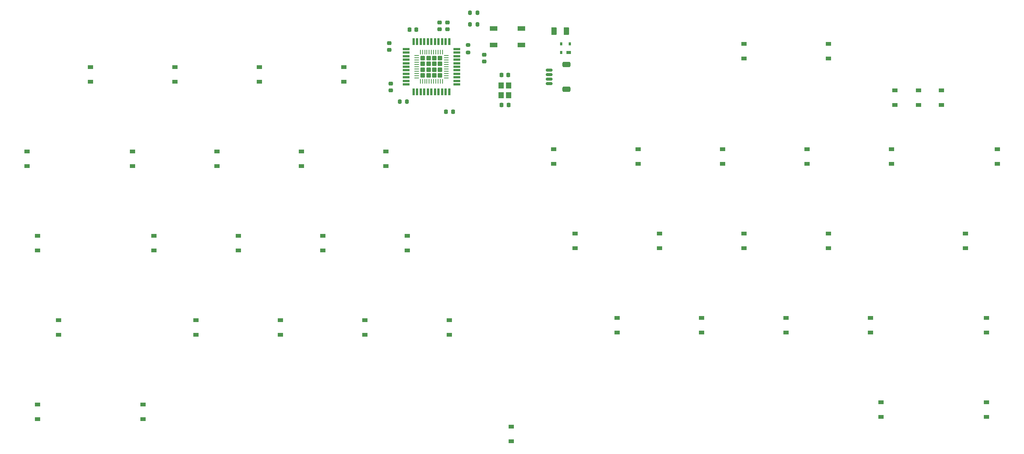
<source format=gbr>
%TF.GenerationSoftware,KiCad,Pcbnew,(6.0.4)*%
%TF.CreationDate,2022-04-28T10:57:54-05:00*%
%TF.ProjectId,keyboard,6b657962-6f61-4726-942e-6b696361645f,rev?*%
%TF.SameCoordinates,Original*%
%TF.FileFunction,Paste,Bot*%
%TF.FilePolarity,Positive*%
%FSLAX46Y46*%
G04 Gerber Fmt 4.6, Leading zero omitted, Abs format (unit mm)*
G04 Created by KiCad (PCBNEW (6.0.4)) date 2022-04-28 10:57:54*
%MOMM*%
%LPD*%
G01*
G04 APERTURE LIST*
G04 Aperture macros list*
%AMRoundRect*
0 Rectangle with rounded corners*
0 $1 Rounding radius*
0 $2 $3 $4 $5 $6 $7 $8 $9 X,Y pos of 4 corners*
0 Add a 4 corners polygon primitive as box body*
4,1,4,$2,$3,$4,$5,$6,$7,$8,$9,$2,$3,0*
0 Add four circle primitives for the rounded corners*
1,1,$1+$1,$2,$3*
1,1,$1+$1,$4,$5*
1,1,$1+$1,$6,$7*
1,1,$1+$1,$8,$9*
0 Add four rect primitives between the rounded corners*
20,1,$1+$1,$2,$3,$4,$5,0*
20,1,$1+$1,$4,$5,$6,$7,0*
20,1,$1+$1,$6,$7,$8,$9,0*
20,1,$1+$1,$8,$9,$2,$3,0*%
G04 Aperture macros list end*
%ADD10RoundRect,0.250000X-0.275000X0.275000X-0.275000X-0.275000X0.275000X-0.275000X0.275000X0.275000X0*%
%ADD11RoundRect,0.062500X-0.062500X0.475000X-0.062500X-0.475000X0.062500X-0.475000X0.062500X0.475000X0*%
%ADD12RoundRect,0.062500X-0.475000X0.062500X-0.475000X-0.062500X0.475000X-0.062500X0.475000X0.062500X0*%
%ADD13RoundRect,0.200000X-0.200000X-0.275000X0.200000X-0.275000X0.200000X0.275000X-0.200000X0.275000X0*%
%ADD14RoundRect,0.200000X0.275000X-0.200000X0.275000X0.200000X-0.275000X0.200000X-0.275000X-0.200000X0*%
%ADD15R,1.800000X1.100000*%
%ADD16RoundRect,0.225000X-0.225000X-0.250000X0.225000X-0.250000X0.225000X0.250000X-0.225000X0.250000X0*%
%ADD17RoundRect,0.225000X0.225000X0.250000X-0.225000X0.250000X-0.225000X-0.250000X0.225000X-0.250000X0*%
%ADD18RoundRect,0.225000X0.250000X-0.225000X0.250000X0.225000X-0.250000X0.225000X-0.250000X-0.225000X0*%
%ADD19RoundRect,0.225000X-0.250000X0.225000X-0.250000X-0.225000X0.250000X-0.225000X0.250000X0.225000X0*%
%ADD20R,1.200000X1.400000*%
%ADD21R,1.200000X0.900000*%
%ADD22R,1.000000X0.700000*%
%ADD23R,0.600000X0.700000*%
%ADD24R,0.550000X1.500000*%
%ADD25R,1.500000X0.550000*%
%ADD26RoundRect,0.250000X-0.375000X-0.625000X0.375000X-0.625000X0.375000X0.625000X-0.375000X0.625000X0*%
%ADD27RoundRect,0.150000X-0.625000X0.150000X-0.625000X-0.150000X0.625000X-0.150000X0.625000X0.150000X0*%
%ADD28RoundRect,0.250000X-0.650000X0.350000X-0.650000X-0.350000X0.650000X-0.350000X0.650000X0.350000X0*%
G04 APERTURE END LIST*
D10*
%TO.C,U1*%
X132147000Y-31115000D03*
X136047000Y-29815000D03*
X136047000Y-32415000D03*
X132147000Y-32415000D03*
X134747000Y-29815000D03*
X134747000Y-31115000D03*
X136047000Y-33715000D03*
X133447000Y-29815000D03*
X133447000Y-33715000D03*
X136047000Y-31115000D03*
X134747000Y-32415000D03*
X132147000Y-29815000D03*
X134747000Y-33715000D03*
X133447000Y-31115000D03*
X132147000Y-33715000D03*
X133447000Y-32415000D03*
D11*
X131597000Y-28427500D03*
X132097000Y-28427500D03*
X132597000Y-28427500D03*
X133097000Y-28427500D03*
X133597000Y-28427500D03*
X134097000Y-28427500D03*
X134597000Y-28427500D03*
X135097000Y-28427500D03*
X135597000Y-28427500D03*
X136097000Y-28427500D03*
X136597000Y-28427500D03*
D12*
X137434500Y-29265000D03*
X137434500Y-29765000D03*
X137434500Y-30265000D03*
X137434500Y-30765000D03*
X137434500Y-31265000D03*
X137434500Y-31765000D03*
X137434500Y-32265000D03*
X137434500Y-32765000D03*
X137434500Y-33265000D03*
X137434500Y-33765000D03*
X137434500Y-34265000D03*
D11*
X136597000Y-35102500D03*
X136097000Y-35102500D03*
X135597000Y-35102500D03*
X135097000Y-35102500D03*
X134597000Y-35102500D03*
X134097000Y-35102500D03*
X133597000Y-35102500D03*
X133097000Y-35102500D03*
X132597000Y-35102500D03*
X132097000Y-35102500D03*
X131597000Y-35102500D03*
D12*
X130759500Y-34265000D03*
X130759500Y-33765000D03*
X130759500Y-33265000D03*
X130759500Y-32765000D03*
X130759500Y-32265000D03*
X130759500Y-31765000D03*
X130759500Y-31265000D03*
X130759500Y-30765000D03*
X130759500Y-30265000D03*
X130759500Y-29765000D03*
X130759500Y-29265000D03*
%TD*%
D13*
%TO.C,R5*%
X126937000Y-39624000D03*
X128587000Y-39624000D03*
%TD*%
D14*
%TO.C,R6*%
X142367000Y-28511000D03*
X142367000Y-26861000D03*
%TD*%
D15*
%TO.C,SW1*%
X148157000Y-26869000D03*
X154357000Y-23169000D03*
X148157000Y-23169000D03*
X154357000Y-26869000D03*
%TD*%
D16*
%TO.C,C8*%
X149948600Y-40360600D03*
X151498600Y-40360600D03*
%TD*%
D17*
%TO.C,C5*%
X130721400Y-23393400D03*
X129171400Y-23393400D03*
%TD*%
D18*
%TO.C,C7*%
X135915400Y-23330200D03*
X135915400Y-21780200D03*
%TD*%
D19*
%TO.C,C4*%
X124587000Y-26403000D03*
X124587000Y-27953000D03*
%TD*%
D17*
%TO.C,C9*%
X151473200Y-33655000D03*
X149923200Y-33655000D03*
%TD*%
D18*
%TO.C,C6*%
X137693400Y-23330200D03*
X137693400Y-21780200D03*
%TD*%
D16*
%TO.C,C2*%
X137401000Y-41910000D03*
X138951000Y-41910000D03*
%TD*%
D18*
%TO.C,C3*%
X124968000Y-37097000D03*
X124968000Y-35547000D03*
%TD*%
D19*
%TO.C,C1*%
X146050000Y-29070000D03*
X146050000Y-30620000D03*
%TD*%
D20*
%TO.C,Y1*%
X149848200Y-38184000D03*
X149848200Y-35984000D03*
X151548200Y-35984000D03*
X151548200Y-38184000D03*
%TD*%
D21*
%TO.C,D40*%
X69088000Y-111378000D03*
X69088000Y-108078000D03*
%TD*%
%TO.C,D23*%
X109569250Y-73278000D03*
X109569250Y-69978000D03*
%TD*%
D22*
%TO.C,U2*%
X165088000Y-28559000D03*
D23*
X163388000Y-28559000D03*
X163388000Y-26559000D03*
X165288000Y-26559000D03*
%TD*%
D21*
%TO.C,D34*%
X138144250Y-92328000D03*
X138144250Y-89028000D03*
%TD*%
%TO.C,D17*%
X218852750Y-53720000D03*
X218852750Y-50420000D03*
%TD*%
%TO.C,D44*%
X259334000Y-91820000D03*
X259334000Y-88520000D03*
%TD*%
%TO.C,D18*%
X237902750Y-53720000D03*
X237902750Y-50420000D03*
%TD*%
%TO.C,D15*%
X180752750Y-53720000D03*
X180752750Y-50420000D03*
%TD*%
D24*
%TO.C,U3*%
X130097000Y-26065000D03*
X130897000Y-26065000D03*
X131697000Y-26065000D03*
X132497000Y-26065000D03*
X133297000Y-26065000D03*
X134097000Y-26065000D03*
X134897000Y-26065000D03*
X135697000Y-26065000D03*
X136497000Y-26065000D03*
X137297000Y-26065000D03*
X138097000Y-26065000D03*
D25*
X139797000Y-27765000D03*
X139797000Y-28565000D03*
X139797000Y-29365000D03*
X139797000Y-30165000D03*
X139797000Y-30965000D03*
X139797000Y-31765000D03*
X139797000Y-32565000D03*
X139797000Y-33365000D03*
X139797000Y-34165000D03*
X139797000Y-34965000D03*
X139797000Y-35765000D03*
D24*
X138097000Y-37465000D03*
X137297000Y-37465000D03*
X136497000Y-37465000D03*
X135697000Y-37465000D03*
X134897000Y-37465000D03*
X134097000Y-37465000D03*
X133297000Y-37465000D03*
X132497000Y-37465000D03*
X131697000Y-37465000D03*
X130897000Y-37465000D03*
X130097000Y-37465000D03*
D25*
X128397000Y-35765000D03*
X128397000Y-34965000D03*
X128397000Y-34165000D03*
X128397000Y-33365000D03*
X128397000Y-32565000D03*
X128397000Y-31765000D03*
X128397000Y-30965000D03*
X128397000Y-30165000D03*
X128397000Y-29365000D03*
X128397000Y-28565000D03*
X128397000Y-27765000D03*
%TD*%
D13*
%TO.C,R4*%
X142812000Y-22225000D03*
X144462000Y-22225000D03*
%TD*%
D21*
%TO.C,D4*%
X249174000Y-40385000D03*
X249174000Y-37085000D03*
%TD*%
%TO.C,D42*%
X259334000Y-110870000D03*
X259334000Y-107570000D03*
%TD*%
%TO.C,D24*%
X128619250Y-73278000D03*
X128619250Y-69978000D03*
%TD*%
%TO.C,D8*%
X114331750Y-35178000D03*
X114331750Y-31878000D03*
%TD*%
D26*
%TO.C,F1*%
X161795000Y-23749000D03*
X164595000Y-23749000D03*
%TD*%
D21*
%TO.C,D14*%
X161702750Y-53720000D03*
X161702750Y-50420000D03*
%TD*%
%TO.C,D12*%
X104806750Y-54228000D03*
X104806750Y-50928000D03*
%TD*%
%TO.C,D21*%
X71469250Y-73278000D03*
X71469250Y-69978000D03*
%TD*%
%TO.C,D31*%
X80994250Y-92328000D03*
X80994250Y-89028000D03*
%TD*%
%TO.C,D11*%
X85756750Y-54228000D03*
X85756750Y-50928000D03*
%TD*%
%TO.C,D19*%
X261715250Y-53720000D03*
X261715250Y-50420000D03*
%TD*%
%TO.C,D6*%
X76231750Y-35178000D03*
X76231750Y-31878000D03*
%TD*%
%TO.C,D5*%
X57181750Y-35178000D03*
X57181750Y-31878000D03*
%TD*%
%TO.C,D1*%
X223615250Y-29907500D03*
X223615250Y-26607500D03*
%TD*%
%TO.C,D28*%
X223615250Y-72770000D03*
X223615250Y-69470000D03*
%TD*%
%TO.C,D39*%
X45275500Y-111378000D03*
X45275500Y-108078000D03*
%TD*%
%TO.C,D25*%
X166465250Y-72770000D03*
X166465250Y-69470000D03*
%TD*%
D27*
%TO.C,J1*%
X160687000Y-32536000D03*
X160687000Y-33536000D03*
X160687000Y-34536000D03*
X160687000Y-35536000D03*
D28*
X164562000Y-36836000D03*
X164562000Y-31236000D03*
%TD*%
D21*
%TO.C,D10*%
X66706750Y-54228000D03*
X66706750Y-50928000D03*
%TD*%
%TO.C,D7*%
X95281750Y-35178000D03*
X95281750Y-31878000D03*
%TD*%
%TO.C,D35*%
X175990250Y-91820000D03*
X175990250Y-88520000D03*
%TD*%
%TO.C,D20*%
X45275500Y-73278000D03*
X45275500Y-69978000D03*
%TD*%
%TO.C,D36*%
X195040250Y-91820000D03*
X195040250Y-88520000D03*
%TD*%
%TO.C,D9*%
X42894250Y-54228000D03*
X42894250Y-50928000D03*
%TD*%
%TO.C,D30*%
X50038000Y-92328000D03*
X50038000Y-89028000D03*
%TD*%
%TO.C,D27*%
X204565250Y-72770000D03*
X204565250Y-69470000D03*
%TD*%
%TO.C,D33*%
X119094250Y-92328000D03*
X119094250Y-89028000D03*
%TD*%
%TO.C,D3*%
X238633000Y-40385000D03*
X238633000Y-37085000D03*
%TD*%
%TO.C,D26*%
X185515250Y-72770000D03*
X185515250Y-69470000D03*
%TD*%
%TO.C,D2*%
X243967000Y-40385000D03*
X243967000Y-37085000D03*
%TD*%
%TO.C,D41*%
X235521500Y-110870000D03*
X235521500Y-107570000D03*
%TD*%
%TO.C,D32*%
X100044250Y-92328000D03*
X100044250Y-89028000D03*
%TD*%
%TO.C,D16*%
X199802750Y-53720000D03*
X199802750Y-50420000D03*
%TD*%
%TO.C,D43*%
X152146000Y-116331000D03*
X152146000Y-113031000D03*
%TD*%
%TO.C,D37*%
X214090250Y-91820000D03*
X214090250Y-88520000D03*
%TD*%
%TO.C,D22*%
X90519250Y-73278000D03*
X90519250Y-69978000D03*
%TD*%
%TO.C,D0*%
X204565250Y-29907500D03*
X204565250Y-26607500D03*
%TD*%
%TO.C,D13*%
X123856750Y-54228000D03*
X123856750Y-50928000D03*
%TD*%
%TO.C,D38*%
X233140250Y-91820000D03*
X233140250Y-88520000D03*
%TD*%
D13*
%TO.C,R3*%
X142812000Y-19558000D03*
X144462000Y-19558000D03*
%TD*%
D21*
%TO.C,D29*%
X254571500Y-72770000D03*
X254571500Y-69470000D03*
%TD*%
M02*

</source>
